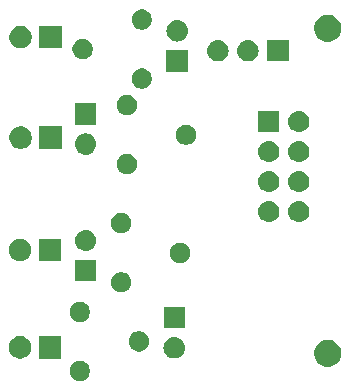
<source format=gbr>
G04 #@! TF.GenerationSoftware,KiCad,Pcbnew,(5.1.4)-1*
G04 #@! TF.CreationDate,2020-02-16T08:15:50-07:00*
G04 #@! TF.ProjectId,LightGate,4c696768-7447-4617-9465-2e6b69636164,rev?*
G04 #@! TF.SameCoordinates,PX52f83c0PY1b5ed60*
G04 #@! TF.FileFunction,Soldermask,Bot*
G04 #@! TF.FilePolarity,Negative*
%FSLAX46Y46*%
G04 Gerber Fmt 4.6, Leading zero omitted, Abs format (unit mm)*
G04 Created by KiCad (PCBNEW (5.1.4)-1) date 2020-02-16 08:15:50*
%MOMM*%
%LPD*%
G04 APERTURE LIST*
%ADD10C,0.100000*%
G04 APERTURE END LIST*
D10*
G36*
X7251143Y2527913D02*
G01*
X7407838Y2463008D01*
X7548853Y2368785D01*
X7668785Y2248853D01*
X7763008Y2107838D01*
X7827913Y1951143D01*
X7861000Y1784802D01*
X7861000Y1615198D01*
X7827913Y1448857D01*
X7763008Y1292162D01*
X7668785Y1151147D01*
X7548853Y1031215D01*
X7407838Y936992D01*
X7251143Y872087D01*
X7084802Y839000D01*
X6915198Y839000D01*
X6748857Y872087D01*
X6592162Y936992D01*
X6451147Y1031215D01*
X6331215Y1151147D01*
X6236992Y1292162D01*
X6172087Y1448857D01*
X6139000Y1615198D01*
X6139000Y1784802D01*
X6172087Y1951143D01*
X6236992Y2107838D01*
X6331215Y2248853D01*
X6451147Y2368785D01*
X6592162Y2463008D01*
X6748857Y2527913D01*
X6915198Y2561000D01*
X7084802Y2561000D01*
X7251143Y2527913D01*
X7251143Y2527913D01*
G37*
G36*
X28224549Y4328884D02*
G01*
X28335734Y4306768D01*
X28545203Y4220003D01*
X28733720Y4094040D01*
X28894040Y3933720D01*
X29020003Y3745203D01*
X29106768Y3535734D01*
X29151000Y3313364D01*
X29151000Y3086636D01*
X29106768Y2864266D01*
X29020003Y2654797D01*
X28894040Y2466280D01*
X28733720Y2305960D01*
X28545203Y2179997D01*
X28335734Y2093232D01*
X28224549Y2071116D01*
X28113365Y2049000D01*
X27886635Y2049000D01*
X27775451Y2071116D01*
X27664266Y2093232D01*
X27454797Y2179997D01*
X27266280Y2305960D01*
X27105960Y2466280D01*
X26979997Y2654797D01*
X26893232Y2864266D01*
X26849000Y3086636D01*
X26849000Y3313364D01*
X26893232Y3535734D01*
X26979997Y3745203D01*
X27105960Y3933720D01*
X27266280Y4094040D01*
X27454797Y4220003D01*
X27664266Y4306768D01*
X27775451Y4328884D01*
X27886635Y4351000D01*
X28113365Y4351000D01*
X28224549Y4328884D01*
X28224549Y4328884D01*
G37*
G36*
X2237395Y4614454D02*
G01*
X2410466Y4542766D01*
X2410467Y4542765D01*
X2566227Y4438690D01*
X2698690Y4306227D01*
X2713006Y4284801D01*
X2802766Y4150466D01*
X2874454Y3977395D01*
X2911000Y3793667D01*
X2911000Y3606333D01*
X2874454Y3422605D01*
X2802766Y3249534D01*
X2802765Y3249533D01*
X2698690Y3093773D01*
X2566227Y2961310D01*
X2487818Y2908919D01*
X2410466Y2857234D01*
X2237395Y2785546D01*
X2053667Y2749000D01*
X1866333Y2749000D01*
X1682605Y2785546D01*
X1509534Y2857234D01*
X1432182Y2908919D01*
X1353773Y2961310D01*
X1221310Y3093773D01*
X1117235Y3249533D01*
X1117234Y3249534D01*
X1045546Y3422605D01*
X1009000Y3606333D01*
X1009000Y3793667D01*
X1045546Y3977395D01*
X1117234Y4150466D01*
X1206994Y4284801D01*
X1221310Y4306227D01*
X1353773Y4438690D01*
X1509533Y4542765D01*
X1509534Y4542766D01*
X1682605Y4614454D01*
X1866333Y4651000D01*
X2053667Y4651000D01*
X2237395Y4614454D01*
X2237395Y4614454D01*
G37*
G36*
X5451000Y2749000D02*
G01*
X3549000Y2749000D01*
X3549000Y4651000D01*
X5451000Y4651000D01*
X5451000Y2749000D01*
X5451000Y2749000D01*
G37*
G36*
X15110443Y4554481D02*
G01*
X15176627Y4547963D01*
X15346466Y4496443D01*
X15502991Y4412778D01*
X15538729Y4383448D01*
X15640186Y4300186D01*
X15723448Y4198729D01*
X15752778Y4162991D01*
X15836443Y4006466D01*
X15887963Y3836627D01*
X15905359Y3660000D01*
X15887963Y3483373D01*
X15844168Y3339000D01*
X15836442Y3313532D01*
X15794610Y3235271D01*
X15752778Y3157009D01*
X15723448Y3121271D01*
X15640186Y3019814D01*
X15568896Y2961309D01*
X15502991Y2907222D01*
X15346466Y2823557D01*
X15176627Y2772037D01*
X15110443Y2765519D01*
X15044260Y2759000D01*
X14955740Y2759000D01*
X14889558Y2765518D01*
X14823373Y2772037D01*
X14653534Y2823557D01*
X14497009Y2907222D01*
X14431104Y2961309D01*
X14359814Y3019814D01*
X14276552Y3121271D01*
X14247222Y3157009D01*
X14205390Y3235271D01*
X14163558Y3313532D01*
X14155832Y3339000D01*
X14112037Y3483373D01*
X14094641Y3660000D01*
X14112037Y3836627D01*
X14163557Y4006466D01*
X14247222Y4162991D01*
X14276552Y4198729D01*
X14359814Y4300186D01*
X14461271Y4383448D01*
X14497009Y4412778D01*
X14653534Y4496443D01*
X14823373Y4547963D01*
X14889557Y4554481D01*
X14955740Y4561000D01*
X15044260Y4561000D01*
X15110443Y4554481D01*
X15110443Y4554481D01*
G37*
G36*
X12251143Y5027913D02*
G01*
X12407838Y4963008D01*
X12548853Y4868785D01*
X12668785Y4748853D01*
X12763008Y4607838D01*
X12827913Y4451143D01*
X12861000Y4284802D01*
X12861000Y4115198D01*
X12827913Y3948857D01*
X12763008Y3792162D01*
X12668785Y3651147D01*
X12548853Y3531215D01*
X12407838Y3436992D01*
X12251143Y3372087D01*
X12084802Y3339000D01*
X11915198Y3339000D01*
X11748857Y3372087D01*
X11592162Y3436992D01*
X11451147Y3531215D01*
X11331215Y3651147D01*
X11236992Y3792162D01*
X11172087Y3948857D01*
X11139000Y4115198D01*
X11139000Y4284802D01*
X11172087Y4451143D01*
X11236992Y4607838D01*
X11331215Y4748853D01*
X11451147Y4868785D01*
X11592162Y4963008D01*
X11748857Y5027913D01*
X11915198Y5061000D01*
X12084802Y5061000D01*
X12251143Y5027913D01*
X12251143Y5027913D01*
G37*
G36*
X15901000Y5299000D02*
G01*
X14099000Y5299000D01*
X14099000Y7101000D01*
X15901000Y7101000D01*
X15901000Y5299000D01*
X15901000Y5299000D01*
G37*
G36*
X7251143Y7527913D02*
G01*
X7407838Y7463008D01*
X7548853Y7368785D01*
X7668785Y7248853D01*
X7763008Y7107838D01*
X7827913Y6951143D01*
X7861000Y6784802D01*
X7861000Y6615198D01*
X7827913Y6448857D01*
X7763008Y6292162D01*
X7668785Y6151147D01*
X7548853Y6031215D01*
X7407838Y5936992D01*
X7251143Y5872087D01*
X7084802Y5839000D01*
X6915198Y5839000D01*
X6748857Y5872087D01*
X6592162Y5936992D01*
X6451147Y6031215D01*
X6331215Y6151147D01*
X6236992Y6292162D01*
X6172087Y6448857D01*
X6139000Y6615198D01*
X6139000Y6784802D01*
X6172087Y6951143D01*
X6236992Y7107838D01*
X6331215Y7248853D01*
X6451147Y7368785D01*
X6592162Y7463008D01*
X6748857Y7527913D01*
X6915198Y7561000D01*
X7084802Y7561000D01*
X7251143Y7527913D01*
X7251143Y7527913D01*
G37*
G36*
X10751143Y10027913D02*
G01*
X10907838Y9963008D01*
X11048853Y9868785D01*
X11168785Y9748853D01*
X11263008Y9607838D01*
X11327913Y9451143D01*
X11361000Y9284802D01*
X11361000Y9115198D01*
X11327913Y8948857D01*
X11263008Y8792162D01*
X11168785Y8651147D01*
X11048853Y8531215D01*
X10907838Y8436992D01*
X10751143Y8372087D01*
X10584802Y8339000D01*
X10415198Y8339000D01*
X10248857Y8372087D01*
X10092162Y8436992D01*
X9951147Y8531215D01*
X9831215Y8651147D01*
X9736992Y8792162D01*
X9672087Y8948857D01*
X9639000Y9115198D01*
X9639000Y9284802D01*
X9672087Y9451143D01*
X9736992Y9607838D01*
X9831215Y9748853D01*
X9951147Y9868785D01*
X10092162Y9963008D01*
X10248857Y10027913D01*
X10415198Y10061000D01*
X10584802Y10061000D01*
X10751143Y10027913D01*
X10751143Y10027913D01*
G37*
G36*
X8401000Y9299000D02*
G01*
X6599000Y9299000D01*
X6599000Y11101000D01*
X8401000Y11101000D01*
X8401000Y9299000D01*
X8401000Y9299000D01*
G37*
G36*
X15751143Y12527913D02*
G01*
X15907838Y12463008D01*
X16048853Y12368785D01*
X16168785Y12248853D01*
X16263008Y12107838D01*
X16327913Y11951143D01*
X16361000Y11784802D01*
X16361000Y11615198D01*
X16327913Y11448857D01*
X16263008Y11292162D01*
X16168785Y11151147D01*
X16048853Y11031215D01*
X15907838Y10936992D01*
X15751143Y10872087D01*
X15584802Y10839000D01*
X15415198Y10839000D01*
X15248857Y10872087D01*
X15092162Y10936992D01*
X14951147Y11031215D01*
X14831215Y11151147D01*
X14736992Y11292162D01*
X14672087Y11448857D01*
X14639000Y11615198D01*
X14639000Y11784802D01*
X14672087Y11951143D01*
X14736992Y12107838D01*
X14831215Y12248853D01*
X14951147Y12368785D01*
X15092162Y12463008D01*
X15248857Y12527913D01*
X15415198Y12561000D01*
X15584802Y12561000D01*
X15751143Y12527913D01*
X15751143Y12527913D01*
G37*
G36*
X5451000Y10999000D02*
G01*
X3549000Y10999000D01*
X3549000Y12901000D01*
X5451000Y12901000D01*
X5451000Y10999000D01*
X5451000Y10999000D01*
G37*
G36*
X2237395Y12864454D02*
G01*
X2410466Y12792766D01*
X2410467Y12792765D01*
X2566227Y12688690D01*
X2698690Y12556227D01*
X2698691Y12556225D01*
X2802766Y12400466D01*
X2874454Y12227395D01*
X2911000Y12043667D01*
X2911000Y11856333D01*
X2874454Y11672605D01*
X2802766Y11499534D01*
X2802765Y11499533D01*
X2698690Y11343773D01*
X2566227Y11211310D01*
X2487818Y11158919D01*
X2410466Y11107234D01*
X2237395Y11035546D01*
X2053667Y10999000D01*
X1866333Y10999000D01*
X1682605Y11035546D01*
X1509534Y11107234D01*
X1432182Y11158919D01*
X1353773Y11211310D01*
X1221310Y11343773D01*
X1117235Y11499533D01*
X1117234Y11499534D01*
X1045546Y11672605D01*
X1009000Y11856333D01*
X1009000Y12043667D01*
X1045546Y12227395D01*
X1117234Y12400466D01*
X1221309Y12556225D01*
X1221310Y12556227D01*
X1353773Y12688690D01*
X1509533Y12792765D01*
X1509534Y12792766D01*
X1682605Y12864454D01*
X1866333Y12901000D01*
X2053667Y12901000D01*
X2237395Y12864454D01*
X2237395Y12864454D01*
G37*
G36*
X7610442Y13634482D02*
G01*
X7676627Y13627963D01*
X7846466Y13576443D01*
X8002991Y13492778D01*
X8038729Y13463448D01*
X8140186Y13380186D01*
X8223448Y13278729D01*
X8252778Y13242991D01*
X8336443Y13086466D01*
X8387963Y12916627D01*
X8405359Y12740000D01*
X8387963Y12563373D01*
X8336443Y12393534D01*
X8252778Y12237009D01*
X8223448Y12201271D01*
X8140186Y12099814D01*
X8071767Y12043665D01*
X8002991Y11987222D01*
X7846466Y11903557D01*
X7676627Y11852037D01*
X7610442Y11845518D01*
X7544260Y11839000D01*
X7455740Y11839000D01*
X7389558Y11845518D01*
X7323373Y11852037D01*
X7153534Y11903557D01*
X6997009Y11987222D01*
X6928233Y12043665D01*
X6859814Y12099814D01*
X6776552Y12201271D01*
X6747222Y12237009D01*
X6663557Y12393534D01*
X6612037Y12563373D01*
X6594641Y12740000D01*
X6612037Y12916627D01*
X6663557Y13086466D01*
X6747222Y13242991D01*
X6776552Y13278729D01*
X6859814Y13380186D01*
X6961271Y13463448D01*
X6997009Y13492778D01*
X7153534Y13576443D01*
X7323373Y13627963D01*
X7389558Y13634482D01*
X7455740Y13641000D01*
X7544260Y13641000D01*
X7610442Y13634482D01*
X7610442Y13634482D01*
G37*
G36*
X10751143Y15027913D02*
G01*
X10907838Y14963008D01*
X11048853Y14868785D01*
X11168785Y14748853D01*
X11263008Y14607838D01*
X11327913Y14451143D01*
X11361000Y14284802D01*
X11361000Y14115198D01*
X11327913Y13948857D01*
X11263008Y13792162D01*
X11168785Y13651147D01*
X11048853Y13531215D01*
X10907838Y13436992D01*
X10751143Y13372087D01*
X10584802Y13339000D01*
X10415198Y13339000D01*
X10248857Y13372087D01*
X10092162Y13436992D01*
X9951147Y13531215D01*
X9831215Y13651147D01*
X9736992Y13792162D01*
X9672087Y13948857D01*
X9639000Y14115198D01*
X9639000Y14284802D01*
X9672087Y14451143D01*
X9736992Y14607838D01*
X9831215Y14748853D01*
X9951147Y14868785D01*
X10092162Y14963008D01*
X10248857Y15027913D01*
X10415198Y15061000D01*
X10584802Y15061000D01*
X10751143Y15027913D01*
X10751143Y15027913D01*
G37*
G36*
X23110442Y16094482D02*
G01*
X23176627Y16087963D01*
X23346466Y16036443D01*
X23502991Y15952778D01*
X23538729Y15923448D01*
X23640186Y15840186D01*
X23723448Y15738729D01*
X23752778Y15702991D01*
X23836443Y15546466D01*
X23887963Y15376627D01*
X23905359Y15200000D01*
X23887963Y15023373D01*
X23836443Y14853534D01*
X23752778Y14697009D01*
X23723448Y14661271D01*
X23640186Y14559814D01*
X23538729Y14476552D01*
X23502991Y14447222D01*
X23346466Y14363557D01*
X23176627Y14312037D01*
X23110442Y14305518D01*
X23044260Y14299000D01*
X22955740Y14299000D01*
X22889558Y14305518D01*
X22823373Y14312037D01*
X22653534Y14363557D01*
X22497009Y14447222D01*
X22461271Y14476552D01*
X22359814Y14559814D01*
X22276552Y14661271D01*
X22247222Y14697009D01*
X22163557Y14853534D01*
X22112037Y15023373D01*
X22094641Y15200000D01*
X22112037Y15376627D01*
X22163557Y15546466D01*
X22247222Y15702991D01*
X22276552Y15738729D01*
X22359814Y15840186D01*
X22461271Y15923448D01*
X22497009Y15952778D01*
X22653534Y16036443D01*
X22823373Y16087963D01*
X22889557Y16094481D01*
X22955740Y16101000D01*
X23044260Y16101000D01*
X23110442Y16094482D01*
X23110442Y16094482D01*
G37*
G36*
X25650442Y16094482D02*
G01*
X25716627Y16087963D01*
X25886466Y16036443D01*
X26042991Y15952778D01*
X26078729Y15923448D01*
X26180186Y15840186D01*
X26263448Y15738729D01*
X26292778Y15702991D01*
X26376443Y15546466D01*
X26427963Y15376627D01*
X26445359Y15200000D01*
X26427963Y15023373D01*
X26376443Y14853534D01*
X26292778Y14697009D01*
X26263448Y14661271D01*
X26180186Y14559814D01*
X26078729Y14476552D01*
X26042991Y14447222D01*
X25886466Y14363557D01*
X25716627Y14312037D01*
X25650442Y14305518D01*
X25584260Y14299000D01*
X25495740Y14299000D01*
X25429558Y14305518D01*
X25363373Y14312037D01*
X25193534Y14363557D01*
X25037009Y14447222D01*
X25001271Y14476552D01*
X24899814Y14559814D01*
X24816552Y14661271D01*
X24787222Y14697009D01*
X24703557Y14853534D01*
X24652037Y15023373D01*
X24634641Y15200000D01*
X24652037Y15376627D01*
X24703557Y15546466D01*
X24787222Y15702991D01*
X24816552Y15738729D01*
X24899814Y15840186D01*
X25001271Y15923448D01*
X25037009Y15952778D01*
X25193534Y16036443D01*
X25363373Y16087963D01*
X25429557Y16094481D01*
X25495740Y16101000D01*
X25584260Y16101000D01*
X25650442Y16094482D01*
X25650442Y16094482D01*
G37*
G36*
X25650443Y18634481D02*
G01*
X25716627Y18627963D01*
X25886466Y18576443D01*
X26042991Y18492778D01*
X26078729Y18463448D01*
X26180186Y18380186D01*
X26263448Y18278729D01*
X26292778Y18242991D01*
X26376443Y18086466D01*
X26427963Y17916627D01*
X26445359Y17740000D01*
X26427963Y17563373D01*
X26376443Y17393534D01*
X26292778Y17237009D01*
X26263448Y17201271D01*
X26180186Y17099814D01*
X26078729Y17016552D01*
X26042991Y16987222D01*
X25886466Y16903557D01*
X25716627Y16852037D01*
X25650443Y16845519D01*
X25584260Y16839000D01*
X25495740Y16839000D01*
X25429558Y16845518D01*
X25363373Y16852037D01*
X25193534Y16903557D01*
X25037009Y16987222D01*
X25001271Y17016552D01*
X24899814Y17099814D01*
X24816552Y17201271D01*
X24787222Y17237009D01*
X24703557Y17393534D01*
X24652037Y17563373D01*
X24634641Y17740000D01*
X24652037Y17916627D01*
X24703557Y18086466D01*
X24787222Y18242991D01*
X24816552Y18278729D01*
X24899814Y18380186D01*
X25001271Y18463448D01*
X25037009Y18492778D01*
X25193534Y18576443D01*
X25363373Y18627963D01*
X25429557Y18634481D01*
X25495740Y18641000D01*
X25584260Y18641000D01*
X25650443Y18634481D01*
X25650443Y18634481D01*
G37*
G36*
X23110443Y18634481D02*
G01*
X23176627Y18627963D01*
X23346466Y18576443D01*
X23502991Y18492778D01*
X23538729Y18463448D01*
X23640186Y18380186D01*
X23723448Y18278729D01*
X23752778Y18242991D01*
X23836443Y18086466D01*
X23887963Y17916627D01*
X23905359Y17740000D01*
X23887963Y17563373D01*
X23836443Y17393534D01*
X23752778Y17237009D01*
X23723448Y17201271D01*
X23640186Y17099814D01*
X23538729Y17016552D01*
X23502991Y16987222D01*
X23346466Y16903557D01*
X23176627Y16852037D01*
X23110443Y16845519D01*
X23044260Y16839000D01*
X22955740Y16839000D01*
X22889558Y16845518D01*
X22823373Y16852037D01*
X22653534Y16903557D01*
X22497009Y16987222D01*
X22461271Y17016552D01*
X22359814Y17099814D01*
X22276552Y17201271D01*
X22247222Y17237009D01*
X22163557Y17393534D01*
X22112037Y17563373D01*
X22094641Y17740000D01*
X22112037Y17916627D01*
X22163557Y18086466D01*
X22247222Y18242991D01*
X22276552Y18278729D01*
X22359814Y18380186D01*
X22461271Y18463448D01*
X22497009Y18492778D01*
X22653534Y18576443D01*
X22823373Y18627963D01*
X22889557Y18634481D01*
X22955740Y18641000D01*
X23044260Y18641000D01*
X23110443Y18634481D01*
X23110443Y18634481D01*
G37*
G36*
X11251143Y20027913D02*
G01*
X11407838Y19963008D01*
X11548853Y19868785D01*
X11668785Y19748853D01*
X11763008Y19607838D01*
X11827913Y19451143D01*
X11861000Y19284802D01*
X11861000Y19115198D01*
X11827913Y18948857D01*
X11763008Y18792162D01*
X11668785Y18651147D01*
X11548853Y18531215D01*
X11407838Y18436992D01*
X11251143Y18372087D01*
X11084802Y18339000D01*
X10915198Y18339000D01*
X10748857Y18372087D01*
X10592162Y18436992D01*
X10451147Y18531215D01*
X10331215Y18651147D01*
X10236992Y18792162D01*
X10172087Y18948857D01*
X10139000Y19115198D01*
X10139000Y19284802D01*
X10172087Y19451143D01*
X10236992Y19607838D01*
X10331215Y19748853D01*
X10451147Y19868785D01*
X10592162Y19963008D01*
X10748857Y20027913D01*
X10915198Y20061000D01*
X11084802Y20061000D01*
X11251143Y20027913D01*
X11251143Y20027913D01*
G37*
G36*
X25650443Y21174481D02*
G01*
X25716627Y21167963D01*
X25886466Y21116443D01*
X26042991Y21032778D01*
X26078729Y21003448D01*
X26180186Y20920186D01*
X26263448Y20818729D01*
X26292778Y20782991D01*
X26376443Y20626466D01*
X26427963Y20456627D01*
X26445359Y20280000D01*
X26427963Y20103373D01*
X26376443Y19933534D01*
X26292778Y19777009D01*
X26269673Y19748856D01*
X26180186Y19639814D01*
X26078729Y19556552D01*
X26042991Y19527222D01*
X25886466Y19443557D01*
X25716627Y19392037D01*
X25650443Y19385519D01*
X25584260Y19379000D01*
X25495740Y19379000D01*
X25429558Y19385518D01*
X25363373Y19392037D01*
X25193534Y19443557D01*
X25037009Y19527222D01*
X25001271Y19556552D01*
X24899814Y19639814D01*
X24810327Y19748856D01*
X24787222Y19777009D01*
X24703557Y19933534D01*
X24652037Y20103373D01*
X24634641Y20280000D01*
X24652037Y20456627D01*
X24703557Y20626466D01*
X24787222Y20782991D01*
X24816552Y20818729D01*
X24899814Y20920186D01*
X25001271Y21003448D01*
X25037009Y21032778D01*
X25193534Y21116443D01*
X25363373Y21167963D01*
X25429557Y21174481D01*
X25495740Y21181000D01*
X25584260Y21181000D01*
X25650443Y21174481D01*
X25650443Y21174481D01*
G37*
G36*
X23110443Y21174481D02*
G01*
X23176627Y21167963D01*
X23346466Y21116443D01*
X23502991Y21032778D01*
X23538729Y21003448D01*
X23640186Y20920186D01*
X23723448Y20818729D01*
X23752778Y20782991D01*
X23836443Y20626466D01*
X23887963Y20456627D01*
X23905359Y20280000D01*
X23887963Y20103373D01*
X23836443Y19933534D01*
X23752778Y19777009D01*
X23729673Y19748856D01*
X23640186Y19639814D01*
X23538729Y19556552D01*
X23502991Y19527222D01*
X23346466Y19443557D01*
X23176627Y19392037D01*
X23110443Y19385519D01*
X23044260Y19379000D01*
X22955740Y19379000D01*
X22889558Y19385518D01*
X22823373Y19392037D01*
X22653534Y19443557D01*
X22497009Y19527222D01*
X22461271Y19556552D01*
X22359814Y19639814D01*
X22270327Y19748856D01*
X22247222Y19777009D01*
X22163557Y19933534D01*
X22112037Y20103373D01*
X22094641Y20280000D01*
X22112037Y20456627D01*
X22163557Y20626466D01*
X22247222Y20782991D01*
X22276552Y20818729D01*
X22359814Y20920186D01*
X22461271Y21003448D01*
X22497009Y21032778D01*
X22653534Y21116443D01*
X22823373Y21167963D01*
X22889557Y21174481D01*
X22955740Y21181000D01*
X23044260Y21181000D01*
X23110443Y21174481D01*
X23110443Y21174481D01*
G37*
G36*
X7610443Y21804481D02*
G01*
X7676627Y21797963D01*
X7846466Y21746443D01*
X8002991Y21662778D01*
X8038729Y21633448D01*
X8140186Y21550186D01*
X8223343Y21448857D01*
X8252778Y21412991D01*
X8336443Y21256466D01*
X8387963Y21086627D01*
X8405359Y20910000D01*
X8387963Y20733373D01*
X8336443Y20563534D01*
X8252778Y20407009D01*
X8223448Y20371271D01*
X8140186Y20269814D01*
X8038729Y20186552D01*
X8002991Y20157222D01*
X7846466Y20073557D01*
X7676627Y20022037D01*
X7610442Y20015518D01*
X7544260Y20009000D01*
X7455740Y20009000D01*
X7389558Y20015518D01*
X7323373Y20022037D01*
X7153534Y20073557D01*
X6997009Y20157222D01*
X6961271Y20186552D01*
X6859814Y20269814D01*
X6776552Y20371271D01*
X6747222Y20407009D01*
X6663557Y20563534D01*
X6612037Y20733373D01*
X6594641Y20910000D01*
X6612037Y21086627D01*
X6663557Y21256466D01*
X6747222Y21412991D01*
X6776657Y21448857D01*
X6859814Y21550186D01*
X6961271Y21633448D01*
X6997009Y21662778D01*
X7153534Y21746443D01*
X7323373Y21797963D01*
X7389557Y21804481D01*
X7455740Y21811000D01*
X7544260Y21811000D01*
X7610443Y21804481D01*
X7610443Y21804481D01*
G37*
G36*
X5491000Y20499000D02*
G01*
X3589000Y20499000D01*
X3589000Y22401000D01*
X5491000Y22401000D01*
X5491000Y20499000D01*
X5491000Y20499000D01*
G37*
G36*
X2277395Y22364454D02*
G01*
X2450466Y22292766D01*
X2450467Y22292765D01*
X2606227Y22188690D01*
X2738690Y22056227D01*
X2738691Y22056225D01*
X2842766Y21900466D01*
X2914454Y21727395D01*
X2951000Y21543667D01*
X2951000Y21356333D01*
X2914454Y21172605D01*
X2842766Y20999534D01*
X2842765Y20999533D01*
X2738690Y20843773D01*
X2606227Y20711310D01*
X2527818Y20658919D01*
X2450466Y20607234D01*
X2277395Y20535546D01*
X2093667Y20499000D01*
X1906333Y20499000D01*
X1722605Y20535546D01*
X1549534Y20607234D01*
X1472182Y20658919D01*
X1393773Y20711310D01*
X1261310Y20843773D01*
X1157235Y20999533D01*
X1157234Y20999534D01*
X1085546Y21172605D01*
X1049000Y21356333D01*
X1049000Y21543667D01*
X1085546Y21727395D01*
X1157234Y21900466D01*
X1261309Y22056225D01*
X1261310Y22056227D01*
X1393773Y22188690D01*
X1549533Y22292765D01*
X1549534Y22292766D01*
X1722605Y22364454D01*
X1906333Y22401000D01*
X2093667Y22401000D01*
X2277395Y22364454D01*
X2277395Y22364454D01*
G37*
G36*
X16251143Y22527913D02*
G01*
X16407838Y22463008D01*
X16548853Y22368785D01*
X16668785Y22248853D01*
X16763008Y22107838D01*
X16827913Y21951143D01*
X16861000Y21784802D01*
X16861000Y21615198D01*
X16827913Y21448857D01*
X16763008Y21292162D01*
X16668785Y21151147D01*
X16548853Y21031215D01*
X16407838Y20936992D01*
X16251143Y20872087D01*
X16084802Y20839000D01*
X15915198Y20839000D01*
X15748857Y20872087D01*
X15592162Y20936992D01*
X15451147Y21031215D01*
X15331215Y21151147D01*
X15236992Y21292162D01*
X15172087Y21448857D01*
X15139000Y21615198D01*
X15139000Y21784802D01*
X15172087Y21951143D01*
X15236992Y22107838D01*
X15331215Y22248853D01*
X15451147Y22368785D01*
X15592162Y22463008D01*
X15748857Y22527913D01*
X15915198Y22561000D01*
X16084802Y22561000D01*
X16251143Y22527913D01*
X16251143Y22527913D01*
G37*
G36*
X23901000Y21919000D02*
G01*
X22099000Y21919000D01*
X22099000Y23721000D01*
X23901000Y23721000D01*
X23901000Y21919000D01*
X23901000Y21919000D01*
G37*
G36*
X25650442Y23714482D02*
G01*
X25716627Y23707963D01*
X25886466Y23656443D01*
X26042991Y23572778D01*
X26078729Y23543448D01*
X26180186Y23460186D01*
X26252485Y23372088D01*
X26292778Y23322991D01*
X26376443Y23166466D01*
X26427963Y22996627D01*
X26445359Y22820000D01*
X26427963Y22643373D01*
X26376443Y22473534D01*
X26292778Y22317009D01*
X26272882Y22292766D01*
X26180186Y22179814D01*
X26092479Y22107836D01*
X26042991Y22067222D01*
X25886466Y21983557D01*
X25716627Y21932037D01*
X25650443Y21925519D01*
X25584260Y21919000D01*
X25495740Y21919000D01*
X25429558Y21925518D01*
X25363373Y21932037D01*
X25193534Y21983557D01*
X25037009Y22067222D01*
X24987521Y22107836D01*
X24899814Y22179814D01*
X24807118Y22292766D01*
X24787222Y22317009D01*
X24703557Y22473534D01*
X24652037Y22643373D01*
X24634641Y22820000D01*
X24652037Y22996627D01*
X24703557Y23166466D01*
X24787222Y23322991D01*
X24827515Y23372088D01*
X24899814Y23460186D01*
X25001271Y23543448D01*
X25037009Y23572778D01*
X25193534Y23656443D01*
X25363373Y23707963D01*
X25429558Y23714482D01*
X25495740Y23721000D01*
X25584260Y23721000D01*
X25650442Y23714482D01*
X25650442Y23714482D01*
G37*
G36*
X8401000Y22549000D02*
G01*
X6599000Y22549000D01*
X6599000Y24351000D01*
X8401000Y24351000D01*
X8401000Y22549000D01*
X8401000Y22549000D01*
G37*
G36*
X11251143Y25027913D02*
G01*
X11407838Y24963008D01*
X11548853Y24868785D01*
X11668785Y24748853D01*
X11763008Y24607838D01*
X11827913Y24451143D01*
X11861000Y24284802D01*
X11861000Y24115198D01*
X11827913Y23948857D01*
X11763008Y23792162D01*
X11668785Y23651147D01*
X11548853Y23531215D01*
X11407838Y23436992D01*
X11251143Y23372087D01*
X11084802Y23339000D01*
X10915198Y23339000D01*
X10748857Y23372087D01*
X10592162Y23436992D01*
X10451147Y23531215D01*
X10331215Y23651147D01*
X10236992Y23792162D01*
X10172087Y23948857D01*
X10139000Y24115198D01*
X10139000Y24284802D01*
X10172087Y24451143D01*
X10236992Y24607838D01*
X10331215Y24748853D01*
X10451147Y24868785D01*
X10592162Y24963008D01*
X10748857Y25027913D01*
X10915198Y25061000D01*
X11084802Y25061000D01*
X11251143Y25027913D01*
X11251143Y25027913D01*
G37*
G36*
X12501143Y27277913D02*
G01*
X12657838Y27213008D01*
X12798853Y27118785D01*
X12918785Y26998853D01*
X13013008Y26857838D01*
X13077913Y26701143D01*
X13111000Y26534802D01*
X13111000Y26365198D01*
X13077913Y26198857D01*
X13013008Y26042162D01*
X12918785Y25901147D01*
X12798853Y25781215D01*
X12657838Y25686992D01*
X12501143Y25622087D01*
X12334802Y25589000D01*
X12165198Y25589000D01*
X11998857Y25622087D01*
X11842162Y25686992D01*
X11701147Y25781215D01*
X11581215Y25901147D01*
X11486992Y26042162D01*
X11422087Y26198857D01*
X11389000Y26365198D01*
X11389000Y26534802D01*
X11422087Y26701143D01*
X11486992Y26857838D01*
X11581215Y26998853D01*
X11701147Y27118785D01*
X11842162Y27213008D01*
X11998857Y27277913D01*
X12165198Y27311000D01*
X12334802Y27311000D01*
X12501143Y27277913D01*
X12501143Y27277913D01*
G37*
G36*
X16151000Y27049000D02*
G01*
X14349000Y27049000D01*
X14349000Y28851000D01*
X16151000Y28851000D01*
X16151000Y27049000D01*
X16151000Y27049000D01*
G37*
G36*
X18810443Y29694481D02*
G01*
X18876627Y29687963D01*
X19046466Y29636443D01*
X19202991Y29552778D01*
X19207594Y29549000D01*
X19340186Y29440186D01*
X19407766Y29357838D01*
X19452778Y29302991D01*
X19536443Y29146466D01*
X19587963Y28976627D01*
X19605359Y28800000D01*
X19587963Y28623373D01*
X19536443Y28453534D01*
X19452778Y28297009D01*
X19439816Y28281215D01*
X19340186Y28159814D01*
X19238729Y28076552D01*
X19202991Y28047222D01*
X19046466Y27963557D01*
X18876627Y27912037D01*
X18810442Y27905518D01*
X18744260Y27899000D01*
X18655740Y27899000D01*
X18589558Y27905518D01*
X18523373Y27912037D01*
X18353534Y27963557D01*
X18197009Y28047222D01*
X18161271Y28076552D01*
X18059814Y28159814D01*
X17960184Y28281215D01*
X17947222Y28297009D01*
X17863557Y28453534D01*
X17812037Y28623373D01*
X17794641Y28800000D01*
X17812037Y28976627D01*
X17863557Y29146466D01*
X17947222Y29302991D01*
X17992234Y29357838D01*
X18059814Y29440186D01*
X18192406Y29549000D01*
X18197009Y29552778D01*
X18353534Y29636443D01*
X18523373Y29687963D01*
X18589557Y29694481D01*
X18655740Y29701000D01*
X18744260Y29701000D01*
X18810443Y29694481D01*
X18810443Y29694481D01*
G37*
G36*
X21350443Y29694481D02*
G01*
X21416627Y29687963D01*
X21586466Y29636443D01*
X21742991Y29552778D01*
X21747594Y29549000D01*
X21880186Y29440186D01*
X21947766Y29357838D01*
X21992778Y29302991D01*
X22076443Y29146466D01*
X22127963Y28976627D01*
X22145359Y28800000D01*
X22127963Y28623373D01*
X22076443Y28453534D01*
X21992778Y28297009D01*
X21979816Y28281215D01*
X21880186Y28159814D01*
X21778729Y28076552D01*
X21742991Y28047222D01*
X21586466Y27963557D01*
X21416627Y27912037D01*
X21350442Y27905518D01*
X21284260Y27899000D01*
X21195740Y27899000D01*
X21129558Y27905518D01*
X21063373Y27912037D01*
X20893534Y27963557D01*
X20737009Y28047222D01*
X20701271Y28076552D01*
X20599814Y28159814D01*
X20500184Y28281215D01*
X20487222Y28297009D01*
X20403557Y28453534D01*
X20352037Y28623373D01*
X20334641Y28800000D01*
X20352037Y28976627D01*
X20403557Y29146466D01*
X20487222Y29302991D01*
X20532234Y29357838D01*
X20599814Y29440186D01*
X20732406Y29549000D01*
X20737009Y29552778D01*
X20893534Y29636443D01*
X21063373Y29687963D01*
X21129557Y29694481D01*
X21195740Y29701000D01*
X21284260Y29701000D01*
X21350443Y29694481D01*
X21350443Y29694481D01*
G37*
G36*
X24681000Y27899000D02*
G01*
X22879000Y27899000D01*
X22879000Y29701000D01*
X24681000Y29701000D01*
X24681000Y27899000D01*
X24681000Y27899000D01*
G37*
G36*
X7501143Y29777913D02*
G01*
X7657838Y29713008D01*
X7798853Y29618785D01*
X7918785Y29498853D01*
X8013008Y29357838D01*
X8077913Y29201143D01*
X8111000Y29034802D01*
X8111000Y28865198D01*
X8077913Y28698857D01*
X8013008Y28542162D01*
X7918785Y28401147D01*
X7798853Y28281215D01*
X7657838Y28186992D01*
X7501143Y28122087D01*
X7334802Y28089000D01*
X7165198Y28089000D01*
X6998857Y28122087D01*
X6842162Y28186992D01*
X6701147Y28281215D01*
X6581215Y28401147D01*
X6486992Y28542162D01*
X6422087Y28698857D01*
X6389000Y28865198D01*
X6389000Y29034802D01*
X6422087Y29201143D01*
X6486992Y29357838D01*
X6581215Y29498853D01*
X6701147Y29618785D01*
X6842162Y29713008D01*
X6998857Y29777913D01*
X7165198Y29811000D01*
X7334802Y29811000D01*
X7501143Y29777913D01*
X7501143Y29777913D01*
G37*
G36*
X2277395Y30864454D02*
G01*
X2450466Y30792766D01*
X2467753Y30781215D01*
X2606227Y30688690D01*
X2738690Y30556227D01*
X2738691Y30556225D01*
X2842766Y30400466D01*
X2914454Y30227395D01*
X2951000Y30043667D01*
X2951000Y29856333D01*
X2914454Y29672605D01*
X2842766Y29499534D01*
X2842765Y29499533D01*
X2738690Y29343773D01*
X2606227Y29211310D01*
X2591012Y29201144D01*
X2450466Y29107234D01*
X2277395Y29035546D01*
X2093667Y28999000D01*
X1906333Y28999000D01*
X1722605Y29035546D01*
X1549534Y29107234D01*
X1408988Y29201144D01*
X1393773Y29211310D01*
X1261310Y29343773D01*
X1157235Y29499533D01*
X1157234Y29499534D01*
X1085546Y29672605D01*
X1049000Y29856333D01*
X1049000Y30043667D01*
X1085546Y30227395D01*
X1157234Y30400466D01*
X1261309Y30556225D01*
X1261310Y30556227D01*
X1393773Y30688690D01*
X1532247Y30781215D01*
X1549534Y30792766D01*
X1722605Y30864454D01*
X1906333Y30901000D01*
X2093667Y30901000D01*
X2277395Y30864454D01*
X2277395Y30864454D01*
G37*
G36*
X5491000Y28999000D02*
G01*
X3589000Y28999000D01*
X3589000Y30901000D01*
X5491000Y30901000D01*
X5491000Y28999000D01*
X5491000Y28999000D01*
G37*
G36*
X28224549Y31828884D02*
G01*
X28335734Y31806768D01*
X28545203Y31720003D01*
X28733720Y31594040D01*
X28894040Y31433720D01*
X29020003Y31245203D01*
X29020004Y31245201D01*
X29039200Y31198857D01*
X29104105Y31042164D01*
X29106768Y31035733D01*
X29146405Y30836468D01*
X29151000Y30813364D01*
X29151000Y30586636D01*
X29106768Y30364266D01*
X29020003Y30154797D01*
X28894040Y29966280D01*
X28733720Y29805960D01*
X28545203Y29679997D01*
X28335734Y29593232D01*
X28224549Y29571116D01*
X28113365Y29549000D01*
X27886635Y29549000D01*
X27775451Y29571116D01*
X27664266Y29593232D01*
X27454797Y29679997D01*
X27266280Y29805960D01*
X27105960Y29966280D01*
X26979997Y30154797D01*
X26893232Y30364266D01*
X26849000Y30586636D01*
X26849000Y30813364D01*
X26853596Y30836468D01*
X26893232Y31035733D01*
X26895896Y31042164D01*
X26960800Y31198857D01*
X26979996Y31245201D01*
X26979997Y31245203D01*
X27105960Y31433720D01*
X27266280Y31594040D01*
X27454797Y31720003D01*
X27664266Y31806768D01*
X27775451Y31828884D01*
X27886635Y31851000D01*
X28113365Y31851000D01*
X28224549Y31828884D01*
X28224549Y31828884D01*
G37*
G36*
X15360443Y31384481D02*
G01*
X15426627Y31377963D01*
X15596466Y31326443D01*
X15752991Y31242778D01*
X15788729Y31213448D01*
X15890186Y31130186D01*
X15967700Y31035733D01*
X16002778Y30992991D01*
X16086443Y30836466D01*
X16137963Y30666627D01*
X16155359Y30490000D01*
X16137963Y30313373D01*
X16086443Y30143534D01*
X16002778Y29987009D01*
X15985767Y29966281D01*
X15890186Y29849814D01*
X15802573Y29777913D01*
X15752991Y29737222D01*
X15596466Y29653557D01*
X15426627Y29602037D01*
X15360442Y29595518D01*
X15294260Y29589000D01*
X15205740Y29589000D01*
X15139558Y29595518D01*
X15073373Y29602037D01*
X14903534Y29653557D01*
X14747009Y29737222D01*
X14697427Y29777913D01*
X14609814Y29849814D01*
X14514233Y29966281D01*
X14497222Y29987009D01*
X14413557Y30143534D01*
X14362037Y30313373D01*
X14344641Y30490000D01*
X14362037Y30666627D01*
X14413557Y30836466D01*
X14497222Y30992991D01*
X14532300Y31035733D01*
X14609814Y31130186D01*
X14711271Y31213448D01*
X14747009Y31242778D01*
X14903534Y31326443D01*
X15073373Y31377963D01*
X15139557Y31384481D01*
X15205740Y31391000D01*
X15294260Y31391000D01*
X15360443Y31384481D01*
X15360443Y31384481D01*
G37*
G36*
X12501143Y32277913D02*
G01*
X12657838Y32213008D01*
X12798853Y32118785D01*
X12918785Y31998853D01*
X13013008Y31857838D01*
X13077913Y31701143D01*
X13111000Y31534802D01*
X13111000Y31365198D01*
X13077913Y31198857D01*
X13013008Y31042162D01*
X12918785Y30901147D01*
X12798853Y30781215D01*
X12657838Y30686992D01*
X12501143Y30622087D01*
X12334802Y30589000D01*
X12165198Y30589000D01*
X11998857Y30622087D01*
X11842162Y30686992D01*
X11701147Y30781215D01*
X11581215Y30901147D01*
X11486992Y31042162D01*
X11422087Y31198857D01*
X11389000Y31365198D01*
X11389000Y31534802D01*
X11422087Y31701143D01*
X11486992Y31857838D01*
X11581215Y31998853D01*
X11701147Y32118785D01*
X11842162Y32213008D01*
X11998857Y32277913D01*
X12165198Y32311000D01*
X12334802Y32311000D01*
X12501143Y32277913D01*
X12501143Y32277913D01*
G37*
M02*

</source>
